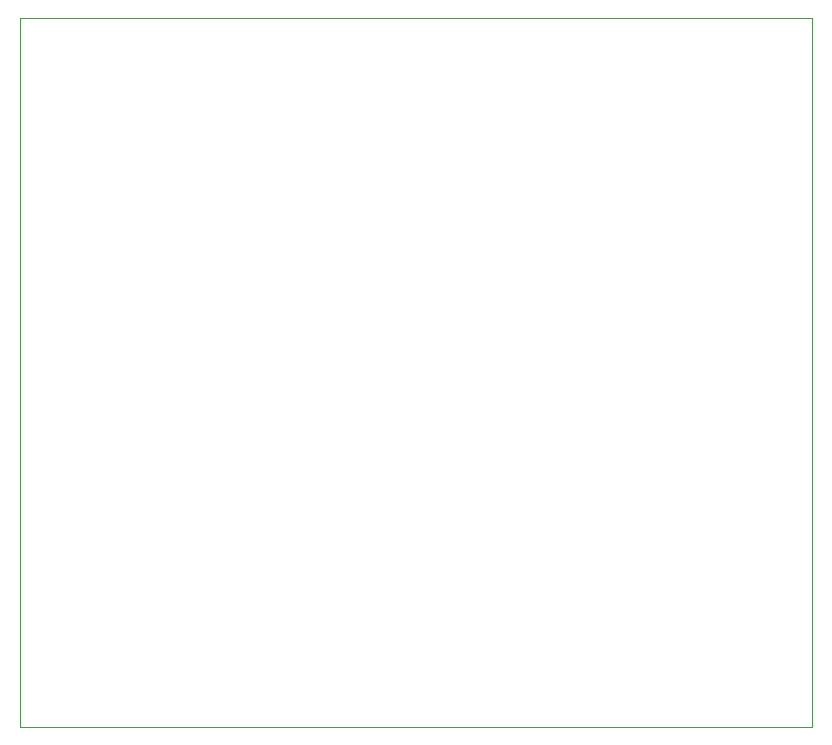
<source format=gbr>
%TF.GenerationSoftware,KiCad,Pcbnew,6.0.11-2627ca5db0~126~ubuntu22.04.1*%
%TF.CreationDate,2023-05-12T21:42:37+02:00*%
%TF.ProjectId,Etherwave-GateCV,45746865-7277-4617-9665-2d4761746543,rev?*%
%TF.SameCoordinates,Original*%
%TF.FileFunction,Profile,NP*%
%FSLAX46Y46*%
G04 Gerber Fmt 4.6, Leading zero omitted, Abs format (unit mm)*
G04 Created by KiCad (PCBNEW 6.0.11-2627ca5db0~126~ubuntu22.04.1) date 2023-05-12 21:42:37*
%MOMM*%
%LPD*%
G01*
G04 APERTURE LIST*
%TA.AperFunction,Profile*%
%ADD10C,0.100000*%
%TD*%
G04 APERTURE END LIST*
D10*
X121000000Y-110000000D02*
X54000000Y-110000000D01*
X121000000Y-50000000D02*
X121000000Y-110000000D01*
X54000000Y-50000000D02*
X121000000Y-50000000D01*
X54000000Y-110000000D02*
X54000000Y-50000000D01*
M02*

</source>
